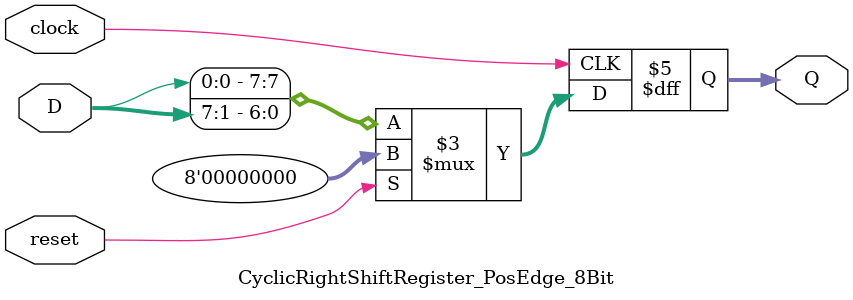
<source format=v>
module CyclicRightShiftRegister_PosEdge_8Bit (clock, reset, D, Q);
    input clock;
    input reset;
    input [7:0] D;
    output reg [7:0] Q;

    always @(posedge clock)
    begin
        if (reset)
            Q <= 8'b00000000;
        else
            Q <= {D[0], D[7:1]};        
    end
endmodule

</source>
